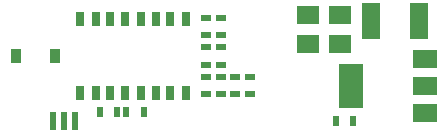
<source format=gbr>
G04 #@! TF.FileFunction,Paste,Bot*
%FSLAX46Y46*%
G04 Gerber Fmt 4.6, Leading zero omitted, Abs format (unit mm)*
G04 Created by KiCad (PCBNEW 4.0.7) date 05/30/18 02:56:49*
%MOMM*%
%LPD*%
G01*
G04 APERTURE LIST*
%ADD10C,0.100000*%
%ADD11R,0.600000X0.900000*%
%ADD12R,0.900000X0.600000*%
%ADD13R,1.950000X1.500000*%
%ADD14R,0.900000X1.200000*%
%ADD15R,1.524000X3.048000*%
%ADD16R,2.000000X3.800000*%
%ADD17R,2.000000X1.500000*%
%ADD18R,0.800000X1.300000*%
%ADD19R,0.600000X1.500000*%
G04 APERTURE END LIST*
D10*
D11*
X12350000Y-13650000D03*
X10850000Y-13650000D03*
D12*
X18850000Y-10650000D03*
X18850000Y-12150000D03*
X17600000Y-9650000D03*
X17600000Y-8150000D03*
X17600000Y-10650000D03*
X17600000Y-12150000D03*
X18850000Y-9650000D03*
X18850000Y-8150000D03*
X18850000Y-7150000D03*
X18850000Y-5650000D03*
X17600000Y-5650000D03*
X17600000Y-7150000D03*
D13*
X28975000Y-7900000D03*
X26225000Y-7900000D03*
X28975000Y-5400000D03*
X26225000Y-5400000D03*
D11*
X8600000Y-13650000D03*
X10100000Y-13650000D03*
D14*
X4825000Y-8890000D03*
X1525000Y-8890000D03*
D15*
X35632000Y-5900000D03*
X31568000Y-5900000D03*
D12*
X20100000Y-12150000D03*
X20100000Y-10650000D03*
X21350000Y-12150000D03*
X21350000Y-10650000D03*
D11*
X28600000Y-14400000D03*
X30100000Y-14400000D03*
D16*
X29870000Y-11430000D03*
D17*
X36170000Y-11430000D03*
X36170000Y-13730000D03*
X36170000Y-9130000D03*
D18*
X15880000Y-12040000D03*
X14600000Y-12040000D03*
X13340000Y-12040000D03*
X12070000Y-12040000D03*
X10790000Y-12040000D03*
X9520000Y-12040000D03*
X8260000Y-12040000D03*
X6980000Y-12040000D03*
X6980000Y-5740000D03*
X8260000Y-5740000D03*
X9520000Y-5740000D03*
X10790000Y-5740000D03*
X12070000Y-5740000D03*
X13340000Y-5740000D03*
X14600000Y-5740000D03*
X15880000Y-5740000D03*
D19*
X6550000Y-14400000D03*
X5600000Y-14400000D03*
X4650000Y-14400000D03*
M02*

</source>
